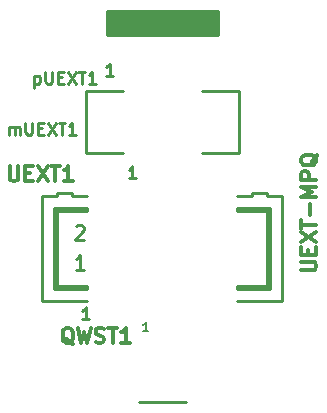
<source format=gbr>
G04 #@! TF.GenerationSoftware,KiCad,Pcbnew,5.1.0-rc2-unknown-036be7d~80~ubuntu16.04.1*
G04 #@! TF.CreationDate,2023-05-22T09:45:20+03:00*
G04 #@! TF.ProjectId,UEXT-MPQ_Rev_A,55455854-2d4d-4505-915f-5265765f412e,A*
G04 #@! TF.SameCoordinates,Original*
G04 #@! TF.FileFunction,Legend,Top*
G04 #@! TF.FilePolarity,Positive*
%FSLAX46Y46*%
G04 Gerber Fmt 4.6, Leading zero omitted, Abs format (unit mm)*
G04 Created by KiCad (PCBNEW 5.1.0-rc2-unknown-036be7d~80~ubuntu16.04.1) date 2023-05-22 09:45:20*
%MOMM*%
%LPD*%
G04 APERTURE LIST*
%ADD10C,0.254000*%
%ADD11C,0.317500*%
%ADD12C,0.190500*%
G04 APERTURE END LIST*
D10*
X80808285Y-153494619D02*
X80227714Y-153494619D01*
X80518000Y-153494619D02*
X80518000Y-152478619D01*
X80421238Y-152623761D01*
X80324476Y-152720523D01*
X80227714Y-152768904D01*
D11*
X98745523Y-149364095D02*
X99773619Y-149364095D01*
X99894571Y-149303619D01*
X99955047Y-149243142D01*
X100015523Y-149122190D01*
X100015523Y-148880285D01*
X99955047Y-148759333D01*
X99894571Y-148698857D01*
X99773619Y-148638380D01*
X98745523Y-148638380D01*
X99350285Y-148033619D02*
X99350285Y-147610285D01*
X100015523Y-147428857D02*
X100015523Y-148033619D01*
X98745523Y-148033619D01*
X98745523Y-147428857D01*
X98745523Y-147005523D02*
X100015523Y-146158857D01*
X98745523Y-146158857D02*
X100015523Y-147005523D01*
X98745523Y-145856476D02*
X98745523Y-145130761D01*
X100015523Y-145493619D02*
X98745523Y-145493619D01*
X99531714Y-144707428D02*
X99531714Y-143739809D01*
X100015523Y-143135047D02*
X98745523Y-143135047D01*
X99652666Y-142711714D01*
X98745523Y-142288380D01*
X100015523Y-142288380D01*
X100015523Y-141683619D02*
X98745523Y-141683619D01*
X98745523Y-141199809D01*
X98806000Y-141078857D01*
X98866476Y-141018380D01*
X98987428Y-140957904D01*
X99168857Y-140957904D01*
X99289809Y-141018380D01*
X99350285Y-141078857D01*
X99410761Y-141199809D01*
X99410761Y-141683619D01*
X100136476Y-139566952D02*
X100076000Y-139687904D01*
X99955047Y-139808857D01*
X99773619Y-139990285D01*
X99713142Y-140111238D01*
X99713142Y-140232190D01*
X100015523Y-140171714D02*
X99955047Y-140292666D01*
X99834095Y-140413619D01*
X99592190Y-140474095D01*
X99168857Y-140474095D01*
X98926952Y-140413619D01*
X98806000Y-140292666D01*
X98745523Y-140171714D01*
X98745523Y-139929809D01*
X98806000Y-139808857D01*
X98926952Y-139687904D01*
X99168857Y-139627428D01*
X99592190Y-139627428D01*
X99834095Y-139687904D01*
X99955047Y-139808857D01*
X100015523Y-139929809D01*
X100015523Y-140171714D01*
D10*
X82301000Y-127400000D02*
X91699000Y-127400000D01*
G36*
X82301000Y-127400000D02*
G01*
X82301000Y-129454000D01*
X91699000Y-129454000D01*
X91699000Y-127400000D01*
X82301000Y-127400000D01*
G37*
X82301000Y-127400000D02*
X82301000Y-129454000D01*
X91699000Y-129454000D01*
X91699000Y-127400000D01*
X82301000Y-127400000D01*
X93500000Y-134150000D02*
X90350000Y-134150000D01*
X93500000Y-139450000D02*
X90350000Y-139450000D01*
X93500000Y-134150000D02*
X93500000Y-139450000D01*
X80500000Y-134150000D02*
X83650000Y-134150000D01*
X80500000Y-139450000D02*
X80500000Y-134150000D01*
X80500000Y-139450000D02*
X83650000Y-139450000D01*
X95636000Y-144198000D02*
X96144000Y-144198000D01*
X95763000Y-150802000D02*
X96017000Y-150802000D01*
X78364000Y-150802000D02*
X77983000Y-150802000D01*
X78364000Y-144198000D02*
X77983000Y-144198000D01*
X78110000Y-144325000D02*
X80650000Y-144325000D01*
X93350000Y-144325000D02*
X95890000Y-144325000D01*
X95890000Y-150675000D02*
X95890000Y-144325000D01*
X78110000Y-144325000D02*
X78110000Y-150675000D01*
X76840000Y-143055000D02*
X78110000Y-143055000D01*
X97160000Y-151945000D02*
X93350000Y-151945000D01*
X97160000Y-151945000D02*
X97160000Y-143055000D01*
X76840000Y-143055000D02*
X76840000Y-151945000D01*
X95890000Y-150675000D02*
X93350000Y-150675000D01*
X80650000Y-150675000D02*
X78110000Y-150675000D01*
X95890000Y-143055000D02*
X95890000Y-142801000D01*
X95890000Y-142801000D02*
X94620000Y-142801000D01*
X94620000Y-143055000D02*
X94620000Y-142801000D01*
X95890000Y-143055000D02*
X97160000Y-143055000D01*
X93350000Y-143055000D02*
X94620000Y-143055000D01*
X79380000Y-142801000D02*
X78110000Y-142801000D01*
X78110000Y-142801000D02*
X78110000Y-143055000D01*
X79380000Y-142801000D02*
X79380000Y-143055000D01*
X79380000Y-143055000D02*
X80650000Y-143055000D01*
X93350000Y-150929000D02*
X96144000Y-150929000D01*
X96144000Y-150929000D02*
X96144000Y-144071000D01*
X96144000Y-144071000D02*
X93350000Y-144071000D01*
X80650000Y-144071000D02*
X77856000Y-144071000D01*
X77856000Y-144071000D02*
X77856000Y-150929000D01*
X77856000Y-150929000D02*
X80650000Y-150929000D01*
X80650000Y-151945000D02*
X76840000Y-151945000D01*
X93350000Y-144325000D02*
X93350000Y-144071000D01*
X93350000Y-150929000D02*
X93350000Y-150675000D01*
X80650000Y-150929000D02*
X80650000Y-150675000D01*
X80650000Y-144325000D02*
X80650000Y-144071000D01*
X85060000Y-160485000D02*
X89000000Y-160485000D01*
X76175809Y-132878285D02*
X76175809Y-133894285D01*
X76175809Y-132926666D02*
X76272571Y-132878285D01*
X76466095Y-132878285D01*
X76562857Y-132926666D01*
X76611238Y-132975047D01*
X76659619Y-133071809D01*
X76659619Y-133362095D01*
X76611238Y-133458857D01*
X76562857Y-133507238D01*
X76466095Y-133555619D01*
X76272571Y-133555619D01*
X76175809Y-133507238D01*
X77095047Y-132539619D02*
X77095047Y-133362095D01*
X77143428Y-133458857D01*
X77191809Y-133507238D01*
X77288571Y-133555619D01*
X77482095Y-133555619D01*
X77578857Y-133507238D01*
X77627238Y-133458857D01*
X77675619Y-133362095D01*
X77675619Y-132539619D01*
X78159428Y-133023428D02*
X78498095Y-133023428D01*
X78643238Y-133555619D02*
X78159428Y-133555619D01*
X78159428Y-132539619D01*
X78643238Y-132539619D01*
X78981904Y-132539619D02*
X79659238Y-133555619D01*
X79659238Y-132539619D02*
X78981904Y-133555619D01*
X79901142Y-132539619D02*
X80481714Y-132539619D01*
X80191428Y-133555619D02*
X80191428Y-132539619D01*
X81352571Y-133555619D02*
X80772000Y-133555619D01*
X81062285Y-133555619D02*
X81062285Y-132539619D01*
X80965523Y-132684761D01*
X80868761Y-132781523D01*
X80772000Y-132829904D01*
X82840285Y-132877619D02*
X82259714Y-132877619D01*
X82550000Y-132877619D02*
X82550000Y-131861619D01*
X82453238Y-132006761D01*
X82356476Y-132103523D01*
X82259714Y-132151904D01*
X74053095Y-137873619D02*
X74053095Y-137196285D01*
X74053095Y-137293047D02*
X74101476Y-137244666D01*
X74198238Y-137196285D01*
X74343380Y-137196285D01*
X74440142Y-137244666D01*
X74488523Y-137341428D01*
X74488523Y-137873619D01*
X74488523Y-137341428D02*
X74536904Y-137244666D01*
X74633666Y-137196285D01*
X74778809Y-137196285D01*
X74875571Y-137244666D01*
X74923952Y-137341428D01*
X74923952Y-137873619D01*
X75407761Y-136857619D02*
X75407761Y-137680095D01*
X75456142Y-137776857D01*
X75504523Y-137825238D01*
X75601285Y-137873619D01*
X75794809Y-137873619D01*
X75891571Y-137825238D01*
X75939952Y-137776857D01*
X75988333Y-137680095D01*
X75988333Y-136857619D01*
X76472142Y-137341428D02*
X76810809Y-137341428D01*
X76955952Y-137873619D02*
X76472142Y-137873619D01*
X76472142Y-136857619D01*
X76955952Y-136857619D01*
X77294619Y-136857619D02*
X77971952Y-137873619D01*
X77971952Y-136857619D02*
X77294619Y-137873619D01*
X78213857Y-136857619D02*
X78794428Y-136857619D01*
X78504142Y-137873619D02*
X78504142Y-136857619D01*
X79665285Y-137873619D02*
X79084714Y-137873619D01*
X79375000Y-137873619D02*
X79375000Y-136857619D01*
X79278238Y-137002761D01*
X79181476Y-137099523D01*
X79084714Y-137147904D01*
X84745285Y-141556619D02*
X84164714Y-141556619D01*
X84455000Y-141556619D02*
X84455000Y-140540619D01*
X84358238Y-140685761D01*
X84261476Y-140782523D01*
X84164714Y-140830904D01*
D11*
X74077285Y-140528523D02*
X74077285Y-141556619D01*
X74137761Y-141677571D01*
X74198238Y-141738047D01*
X74319190Y-141798523D01*
X74561095Y-141798523D01*
X74682047Y-141738047D01*
X74742523Y-141677571D01*
X74803000Y-141556619D01*
X74803000Y-140528523D01*
X75407761Y-141133285D02*
X75831095Y-141133285D01*
X76012523Y-141798523D02*
X75407761Y-141798523D01*
X75407761Y-140528523D01*
X76012523Y-140528523D01*
X76435857Y-140528523D02*
X77282523Y-141798523D01*
X77282523Y-140528523D02*
X76435857Y-141798523D01*
X77584904Y-140528523D02*
X78310619Y-140528523D01*
X77947761Y-141798523D02*
X77947761Y-140528523D01*
X79399190Y-141798523D02*
X78673476Y-141798523D01*
X79036333Y-141798523D02*
X79036333Y-140528523D01*
X78915380Y-140709952D01*
X78794428Y-140830904D01*
X78673476Y-140891380D01*
D10*
X80377857Y-149344523D02*
X79652142Y-149344523D01*
X80015000Y-149344523D02*
X80015000Y-148074523D01*
X79894047Y-148255952D01*
X79773095Y-148376904D01*
X79652142Y-148437380D01*
X79652142Y-145655476D02*
X79712619Y-145595000D01*
X79833571Y-145534523D01*
X80135952Y-145534523D01*
X80256904Y-145595000D01*
X80317380Y-145655476D01*
X80377857Y-145776428D01*
X80377857Y-145897380D01*
X80317380Y-146078809D01*
X79591666Y-146804523D01*
X80377857Y-146804523D01*
D11*
X79471761Y-155635476D02*
X79350809Y-155575000D01*
X79229857Y-155454047D01*
X79048428Y-155272619D01*
X78927476Y-155212142D01*
X78806523Y-155212142D01*
X78867000Y-155514523D02*
X78746047Y-155454047D01*
X78625095Y-155333095D01*
X78564619Y-155091190D01*
X78564619Y-154667857D01*
X78625095Y-154425952D01*
X78746047Y-154305000D01*
X78867000Y-154244523D01*
X79108904Y-154244523D01*
X79229857Y-154305000D01*
X79350809Y-154425952D01*
X79411285Y-154667857D01*
X79411285Y-155091190D01*
X79350809Y-155333095D01*
X79229857Y-155454047D01*
X79108904Y-155514523D01*
X78867000Y-155514523D01*
X79834619Y-154244523D02*
X80137000Y-155514523D01*
X80378904Y-154607380D01*
X80620809Y-155514523D01*
X80923190Y-154244523D01*
X81346523Y-155454047D02*
X81527952Y-155514523D01*
X81830333Y-155514523D01*
X81951285Y-155454047D01*
X82011761Y-155393571D01*
X82072238Y-155272619D01*
X82072238Y-155151666D01*
X82011761Y-155030714D01*
X81951285Y-154970238D01*
X81830333Y-154909761D01*
X81588428Y-154849285D01*
X81467476Y-154788809D01*
X81407000Y-154728333D01*
X81346523Y-154607380D01*
X81346523Y-154486428D01*
X81407000Y-154365476D01*
X81467476Y-154305000D01*
X81588428Y-154244523D01*
X81890809Y-154244523D01*
X82072238Y-154305000D01*
X82435095Y-154244523D02*
X83160809Y-154244523D01*
X82797952Y-155514523D02*
X82797952Y-154244523D01*
X84249380Y-155514523D02*
X83523666Y-155514523D01*
X83886523Y-155514523D02*
X83886523Y-154244523D01*
X83765571Y-154425952D01*
X83644619Y-154546904D01*
X83523666Y-154607380D01*
D12*
X85815714Y-154522714D02*
X85380285Y-154522714D01*
X85598000Y-154522714D02*
X85598000Y-153760714D01*
X85525428Y-153869571D01*
X85452857Y-153942142D01*
X85380285Y-153978428D01*
M02*

</source>
